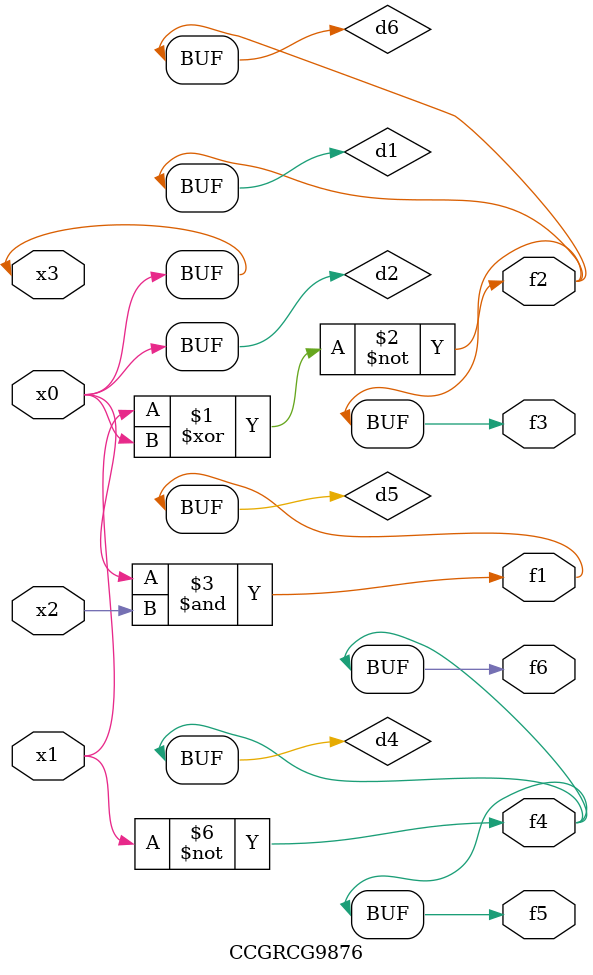
<source format=v>
module CCGRCG9876(
	input x0, x1, x2, x3,
	output f1, f2, f3, f4, f5, f6
);

	wire d1, d2, d3, d4, d5, d6;

	xnor (d1, x1, x3);
	buf (d2, x0, x3);
	nand (d3, x0, x2);
	not (d4, x1);
	nand (d5, d3);
	or (d6, d1);
	assign f1 = d5;
	assign f2 = d6;
	assign f3 = d6;
	assign f4 = d4;
	assign f5 = d4;
	assign f6 = d4;
endmodule

</source>
